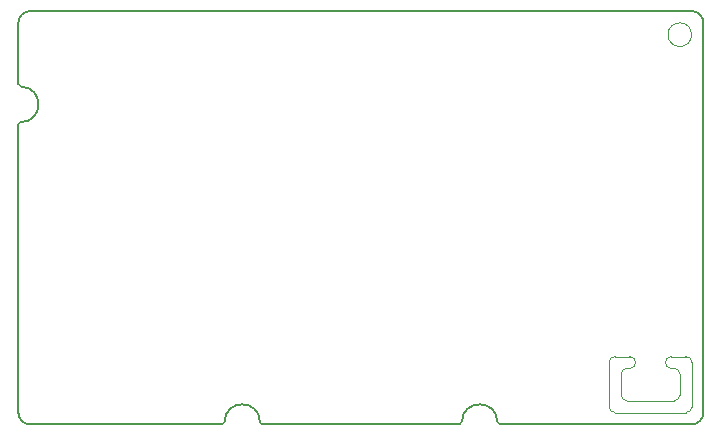
<source format=gbr>
%TF.GenerationSoftware,KiCad,Pcbnew,8.99.0-unknown-77b1d367df~178~ubuntu23.10.1*%
%TF.CreationDate,2024-11-07T11:46:47-05:00*%
%TF.ProjectId,nRF54L_ePaper,6e524635-344c-45f6-9550-617065722e6b,rev?*%
%TF.SameCoordinates,Original*%
%TF.FileFunction,Profile,NP*%
%FSLAX46Y46*%
G04 Gerber Fmt 4.6, Leading zero omitted, Abs format (unit mm)*
G04 Created by KiCad (PCBNEW 8.99.0-unknown-77b1d367df~178~ubuntu23.10.1) date 2024-11-07 11:46:47*
%MOMM*%
%LPD*%
G01*
G04 APERTURE LIST*
%TA.AperFunction,Profile*%
%ADD10C,0.200000*%
%TD*%
%TA.AperFunction,Profile*%
%ADD11C,0.050000*%
%TD*%
G04 APERTURE END LIST*
D10*
X158000000Y-73000000D02*
G75*
G02*
X157000000Y-74000000I-1000000J0D01*
G01*
D11*
X157020000Y-72500000D02*
G75*
G02*
X156520000Y-73000000I-500000J0D01*
G01*
X156020000Y-71500000D02*
G75*
G02*
X155520000Y-72000000I-500000J0D01*
G01*
D10*
X100000000Y-48600000D02*
G75*
G02*
X100200000Y-48400000I200000J0D01*
G01*
D11*
X155270000Y-69250000D02*
G75*
G02*
X154770000Y-68750000I0J500000D01*
G01*
D10*
X120650000Y-74000000D02*
G75*
G02*
X120450000Y-73800000I0J200000D01*
G01*
D11*
X151020000Y-69750000D02*
G75*
G02*
X151520000Y-69250000I500000J0D01*
G01*
X150520000Y-68250000D02*
X151770000Y-68250000D01*
D10*
X137550000Y-73800000D02*
G75*
G02*
X137350000Y-74000000I-200000J0D01*
G01*
D11*
X156520000Y-68250000D02*
G75*
G02*
X157020000Y-68750000I0J-500000D01*
G01*
X155520000Y-69250000D02*
X155270000Y-69250000D01*
D10*
X157000000Y-74000000D02*
X140750000Y-74000000D01*
X100200000Y-45400000D02*
G75*
G02*
X100000000Y-45200000I0J200000D01*
G01*
X101000000Y-74000000D02*
X117250000Y-74000000D01*
D11*
X151520000Y-72000000D02*
G75*
G02*
X151020000Y-71500000I0J500000D01*
G01*
D10*
X100000000Y-45200000D02*
X100000000Y-40000000D01*
D11*
X155520000Y-69250000D02*
G75*
G02*
X156020000Y-69750000I0J-500000D01*
G01*
D10*
X100000000Y-40000000D02*
G75*
G02*
X101000000Y-39000000I1000000J0D01*
G01*
D11*
X157020000Y-68750000D02*
X157020000Y-72500000D01*
X155270000Y-68250000D02*
X156520000Y-68250000D01*
D10*
X117450000Y-73800000D02*
G75*
G02*
X117250000Y-74000000I-200000J0D01*
G01*
X157000000Y-39000000D02*
G75*
G02*
X158000000Y-40000000I0J-1000000D01*
G01*
D11*
X154770000Y-68750000D02*
G75*
G02*
X155270000Y-68250000I500000J0D01*
G01*
X150020000Y-68750000D02*
G75*
G02*
X150520000Y-68250000I500000J0D01*
G01*
X157000000Y-41000000D02*
G75*
G02*
X155000000Y-41000000I-1000000J0D01*
G01*
X155000000Y-41000000D02*
G75*
G02*
X157000000Y-41000000I1000000J0D01*
G01*
X152270000Y-68750000D02*
G75*
G02*
X151770000Y-69250000I-500000J0D01*
G01*
X155520000Y-72000000D02*
X151520000Y-72000000D01*
D10*
X101000000Y-74000000D02*
G75*
G02*
X100000000Y-73000000I0J1000000D01*
G01*
D11*
X156520000Y-73000000D02*
X150520000Y-73000000D01*
D10*
X101000000Y-39000000D02*
X157000000Y-39000000D01*
X137550000Y-73800000D02*
G75*
G02*
X140550000Y-73800000I1500000J0D01*
G01*
X158000000Y-40000000D02*
X158000000Y-73000000D01*
D11*
X150520000Y-73000000D02*
G75*
G02*
X150020000Y-72500000I0J500000D01*
G01*
X151020000Y-71500000D02*
X151020000Y-69750000D01*
X151770000Y-68250000D02*
G75*
G02*
X152270000Y-68750000I0J-500000D01*
G01*
X156020000Y-71500000D02*
X156020000Y-69750000D01*
X151770000Y-69250000D02*
X151520000Y-69250000D01*
D10*
X117450000Y-73800000D02*
G75*
G02*
X120450000Y-73800000I1500000J0D01*
G01*
X140750000Y-74000000D02*
G75*
G02*
X140550000Y-73800000I0J200000D01*
G01*
X137350000Y-74000000D02*
X120650000Y-74000000D01*
X100200000Y-45400000D02*
G75*
G02*
X100200000Y-48400000I0J-1500000D01*
G01*
D11*
X150020000Y-72500000D02*
X150020000Y-68750000D01*
D10*
X100000000Y-48600000D02*
X100000000Y-73000000D01*
M02*

</source>
